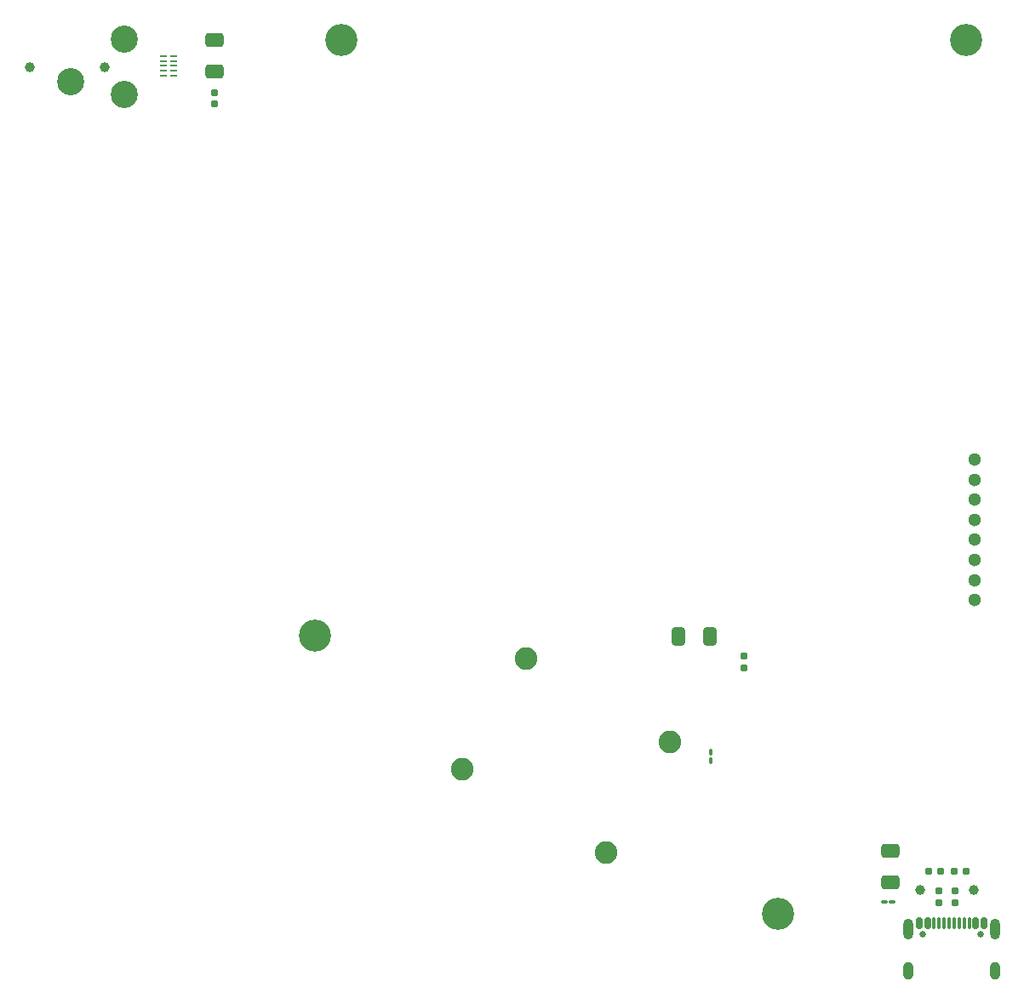
<source format=gts>
G04 #@! TF.GenerationSoftware,KiCad,Pcbnew,7.0.1*
G04 #@! TF.CreationDate,2023-10-11T18:56:37-05:00*
G04 #@! TF.ProjectId,Audio_Board,41756469-6f5f-4426-9f61-72642e6b6963,1*
G04 #@! TF.SameCoordinates,Original*
G04 #@! TF.FileFunction,Soldermask,Top*
G04 #@! TF.FilePolarity,Negative*
%FSLAX46Y46*%
G04 Gerber Fmt 4.6, Leading zero omitted, Abs format (unit mm)*
G04 Created by KiCad (PCBNEW 7.0.1) date 2023-10-11 18:56:37*
%MOMM*%
%LPD*%
G01*
G04 APERTURE LIST*
G04 Aperture macros list*
%AMRoundRect*
0 Rectangle with rounded corners*
0 $1 Rounding radius*
0 $2 $3 $4 $5 $6 $7 $8 $9 X,Y pos of 4 corners*
0 Add a 4 corners polygon primitive as box body*
4,1,4,$2,$3,$4,$5,$6,$7,$8,$9,$2,$3,0*
0 Add four circle primitives for the rounded corners*
1,1,$1+$1,$2,$3*
1,1,$1+$1,$4,$5*
1,1,$1+$1,$6,$7*
1,1,$1+$1,$8,$9*
0 Add four rect primitives between the rounded corners*
20,1,$1+$1,$2,$3,$4,$5,0*
20,1,$1+$1,$4,$5,$6,$7,0*
20,1,$1+$1,$6,$7,$8,$9,0*
20,1,$1+$1,$8,$9,$2,$3,0*%
G04 Aperture macros list end*
%ADD10C,3.200000*%
%ADD11RoundRect,0.155000X0.155000X-0.212500X0.155000X0.212500X-0.155000X0.212500X-0.155000X-0.212500X0*%
%ADD12RoundRect,0.250000X0.650000X-0.412500X0.650000X0.412500X-0.650000X0.412500X-0.650000X-0.412500X0*%
%ADD13R,0.725000X0.250000*%
%ADD14R,0.775000X0.250000*%
%ADD15RoundRect,0.100000X-0.100000X0.217500X-0.100000X-0.217500X0.100000X-0.217500X0.100000X0.217500X0*%
%ADD16C,0.650000*%
%ADD17RoundRect,0.150000X-0.150000X-0.425000X0.150000X-0.425000X0.150000X0.425000X-0.150000X0.425000X0*%
%ADD18RoundRect,0.075000X-0.075000X-0.500000X0.075000X-0.500000X0.075000X0.500000X-0.075000X0.500000X0*%
%ADD19O,1.000000X2.100000*%
%ADD20O,1.000000X1.800000*%
%ADD21RoundRect,0.155000X-0.212500X-0.155000X0.212500X-0.155000X0.212500X0.155000X-0.212500X0.155000X0*%
%ADD22C,1.300000*%
%ADD23RoundRect,0.155000X0.212500X0.155000X-0.212500X0.155000X-0.212500X-0.155000X0.212500X-0.155000X0*%
%ADD24C,1.000000*%
%ADD25C,2.250000*%
%ADD26RoundRect,0.250000X0.412500X0.650000X-0.412500X0.650000X-0.412500X-0.650000X0.412500X-0.650000X0*%
%ADD27RoundRect,0.100000X0.217500X0.100000X-0.217500X0.100000X-0.217500X-0.100000X0.217500X-0.100000X0*%
%ADD28C,2.704000*%
G04 APERTURE END LIST*
D10*
X236753535Y-111326000D03*
D11*
X180725735Y-30706700D03*
X180725735Y-29571700D03*
X252760135Y-110157900D03*
X252760135Y-109022900D03*
D12*
X247908335Y-108150700D03*
X247908335Y-105025700D03*
X180674535Y-27447201D03*
X180674535Y-24322201D03*
D10*
X255433535Y-24355000D03*
D11*
X254385735Y-110157900D03*
X254385735Y-109022900D03*
D10*
X190723535Y-83566000D03*
D13*
X175640435Y-25913800D03*
X175640435Y-26413800D03*
X175640435Y-26913800D03*
X175640435Y-27413800D03*
X175640435Y-27913800D03*
D14*
X176640435Y-27913800D03*
X176640435Y-27413800D03*
X176640435Y-26913800D03*
X176640435Y-26413800D03*
X176640435Y-25913800D03*
D15*
X230059835Y-95224301D03*
X230059835Y-96039301D03*
D16*
X251128954Y-113306000D03*
X256908954Y-113306000D03*
D17*
X250818954Y-112231000D03*
X251618954Y-112231000D03*
D18*
X252768954Y-112231000D03*
X253768954Y-112231000D03*
X254268954Y-112231000D03*
X255268954Y-112231000D03*
D17*
X256418954Y-112231000D03*
X257218954Y-112231000D03*
X257218954Y-112231000D03*
X256418954Y-112231000D03*
D18*
X255768954Y-112231000D03*
X254768954Y-112231000D03*
X253268954Y-112231000D03*
X252268954Y-112231000D03*
D17*
X251618954Y-112231000D03*
X250818954Y-112231000D03*
D19*
X249698954Y-112806000D03*
D20*
X249698954Y-116986000D03*
D19*
X258338954Y-112806000D03*
D20*
X258338954Y-116986000D03*
D10*
X193323535Y-24336000D03*
D21*
X251769135Y-107025400D03*
X252904135Y-107025400D03*
D22*
X256290335Y-66075000D03*
X256290335Y-68075000D03*
X256290335Y-70075000D03*
X256290335Y-72075000D03*
X256290335Y-74075000D03*
X256290335Y-76075000D03*
X256290335Y-78075000D03*
X256290335Y-80075000D03*
D23*
X255426735Y-107025400D03*
X254291735Y-107025400D03*
D24*
X256239535Y-108905000D03*
D25*
X211717126Y-85918503D03*
X226006545Y-94168503D03*
X205367126Y-96917026D03*
X219656545Y-105167026D03*
D26*
X229975936Y-83682800D03*
X226850936Y-83682800D03*
D27*
X248121635Y-110118600D03*
X247306635Y-110118600D03*
D24*
X162288954Y-27009000D03*
X169788954Y-27009000D03*
D28*
X171688954Y-29759000D03*
X166388954Y-28509000D03*
X171688954Y-24259000D03*
D24*
X250905535Y-108905000D03*
D11*
X233379535Y-86799000D03*
X233379535Y-85664000D03*
M02*

</source>
